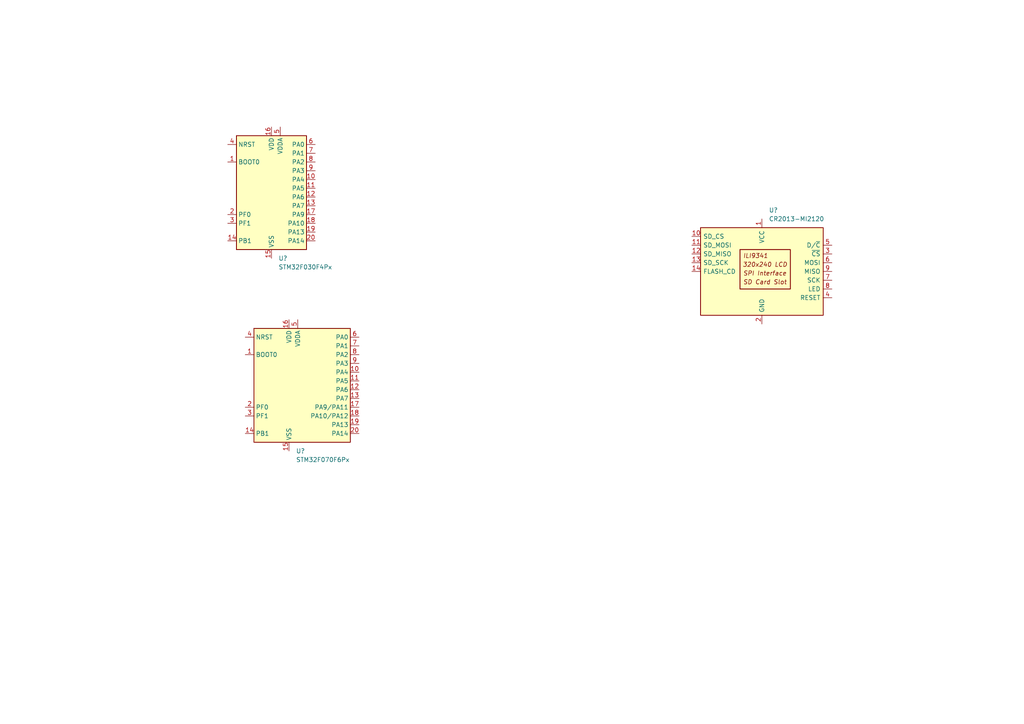
<source format=kicad_sch>
(kicad_sch (version 20211123) (generator eeschema)
  (paper "A4")
  (lib_symbols
    (symbol "Driver_Display:CR2013-MI2120" (pin_names (offset 0.762))
      (property "Reference" "U" (at -17.526 13.97 0))
      (property "Value" "CR2013-MI2120" (at 1.905 13.97 0))
      (symbol "CR2013-MI2120_0_0"
        (text "320x240 LCD" (at 0.889 2.032 0) (effects (font (size 1.27 1.27) italic)))
        (text "ILI9341" (at -5.461 4.572 0) (effects (font (size 1.27 1.27) italic) (justify left)))
        (text "SD Card Slot" (at -5.461 -3.048 0) (effects (font (size 1.27 1.27) italic) (justify left)))
        (text "SPI Interface" (at -5.461 -0.508 0) (effects (font (size 1.27 1.27) italic) (justify left)))
      )
      (symbol "CR2013-MI2120_0_1"
        (rectangle (start -17.78 12.7) (end 17.78 -12.7) (stroke (width 0.254)) (fill (type background)))
        (rectangle (start -6.35 6.35) (end 8.255 -5.08) (stroke (width 0.254)))
      )
      (symbol "CR2013-MI2120_1_1"
        (pin power_in line (at 0 15.24 270) (length 2.54) (name "VCC") (number "1"))
        (pin input line (at -20.32 10.16 0) (length 2.54) (name "SD_CS") (number "10"))
        (pin input line (at -20.32 7.62 0) (length 2.54) (name "SD_MOSI") (number "11"))
        (pin output line (at -20.32 5.08 0) (length 2.54) (name "SD_MISO") (number "12"))
        (pin input line (at -20.32 2.54 0) (length 2.54) (name "SD_SCK") (number "13"))
        (pin input line (at -20.32 0 0) (length 2.54) (name "FLASH_CD") (number "14"))
        (pin power_in line (at 0 -15.24 90) (length 2.54) (name "GND") (number "2"))
        (pin input line (at 20.32 5.08 180) (length 2.54) (name "~{CS}") (number "3"))
        (pin input line (at 20.32 -7.62 180) (length 2.54) (name "RESET") (number "4"))
        (pin input line (at 20.32 7.62 180) (length 2.54) (name "D/~{C}") (number "5"))
        (pin input line (at 20.32 2.54 180) (length 2.54) (name "MOSI") (number "6"))
        (pin input line (at 20.32 -2.54 180) (length 2.54) (name "SCK") (number "7"))
        (pin input line (at 20.32 -5.08 180) (length 2.54) (name "LED") (number "8"))
        (pin output line (at 20.32 0 180) (length 2.54) (name "MISO") (number "9"))
      )
    )
    (symbol "MCU_ST_STM32F0:STM32F030F4Px"
      (property "Reference" "U" (at -10.16 16.51 0))
      (property "Value" "STM32F030F4Px" (at 5.08 16.51 0))
      (symbol "STM32F030F4Px_0_1"
        (rectangle (start -10.16 -17.78) (end 10.16 15.24) (stroke (width 0.254)) (fill (type background)))
      )
      (symbol "STM32F030F4Px_1_1"
        (pin input line (at -12.7 7.62 0) (length 2.54) (name "BOOT0") (number "1"))
        (pin bidirectional line (at 12.7 2.54 180) (length 2.54) (name "PA4") (number "10"))
        (pin bidirectional line (at 12.7 0 180) (length 2.54) (name "PA5") (number "11"))
        (pin bidirectional line (at 12.7 -2.54 180) (length 2.54) (name "PA6") (number "12"))
        (pin bidirectional line (at 12.7 -5.08 180) (length 2.54) (name "PA7") (number "13"))
        (pin bidirectional line (at -12.7 -15.24 0) (length 2.54) (name "PB1") (number "14"))
        (pin power_in line (at 0 -20.32 90) (length 2.54) (name "VSS") (number "15"))
        (pin power_in line (at 0 17.78 270) (length 2.54) (name "VDD") (number "16"))
        (pin bidirectional line (at 12.7 -7.62 180) (length 2.54) (name "PA9") (number "17"))
        (pin bidirectional line (at 12.7 -10.16 180) (length 2.54) (name "PA10") (number "18"))
        (pin bidirectional line (at 12.7 -12.7 180) (length 2.54) (name "PA13") (number "19"))
        (pin input line (at -12.7 -7.62 0) (length 2.54) (name "PF0") (number "2"))
        (pin bidirectional line (at 12.7 -15.24 180) (length 2.54) (name "PA14") (number "20"))
        (pin input line (at -12.7 -10.16 0) (length 2.54) (name "PF1") (number "3"))
        (pin input line (at -12.7 12.7 0) (length 2.54) (name "NRST") (number "4"))
        (pin power_in line (at 2.54 17.78 270) (length 2.54) (name "VDDA") (number "5"))
        (pin bidirectional line (at 12.7 12.7 180) (length 2.54) (name "PA0") (number "6"))
        (pin bidirectional line (at 12.7 10.16 180) (length 2.54) (name "PA1") (number "7"))
        (pin bidirectional line (at 12.7 7.62 180) (length 2.54) (name "PA2") (number "8"))
        (pin bidirectional line (at 12.7 5.08 180) (length 2.54) (name "PA3") (number "9"))
      )
    )
    (symbol "MCU_ST_STM32F0:STM32F070F6Px"
      (property "Reference" "U" (at -15.24 16.51 0))
      (property "Value" "STM32F070F6Px" (at 0 16.51 0))
      (symbol "STM32F070F6Px_0_1"
        (rectangle (start -15.24 -17.78) (end 12.7 15.24) (stroke (width 0.254)) (fill (type background)))
      )
      (symbol "STM32F070F6Px_1_1"
        (pin input line (at -17.78 7.62 0) (length 2.54) (name "BOOT0") (number "1"))
        (pin bidirectional line (at 15.24 2.54 180) (length 2.54) (name "PA4") (number "10"))
        (pin bidirectional line (at 15.24 0 180) (length 2.54) (name "PA5") (number "11"))
        (pin bidirectional line (at 15.24 -2.54 180) (length 2.54) (name "PA6") (number "12"))
        (pin bidirectional line (at 15.24 -5.08 180) (length 2.54) (name "PA7") (number "13"))
        (pin bidirectional line (at -17.78 -15.24 0) (length 2.54) (name "PB1") (number "14"))
        (pin power_in line (at -5.08 -20.32 90) (length 2.54) (name "VSS") (number "15"))
        (pin power_in line (at -5.08 17.78 270) (length 2.54) (name "VDD") (number "16"))
        (pin bidirectional line (at 15.24 -7.62 180) (length 2.54) (name "PA9/PA11") (number "17"))
        (pin bidirectional line (at 15.24 -10.16 180) (length 2.54) (name "PA10/PA12") (number "18"))
        (pin bidirectional line (at 15.24 -12.7 180) (length 2.54) (name "PA13") (number "19"))
        (pin input line (at -17.78 -7.62 0) (length 2.54) (name "PF0") (number "2"))
        (pin bidirectional line (at 15.24 -15.24 180) (length 2.54) (name "PA14") (number "20"))
        (pin input line (at -17.78 -10.16 0) (length 2.54) (name "PF1") (number "3"))
        (pin input line (at -17.78 12.7 0) (length 2.54) (name "NRST") (number "4"))
        (pin power_in line (at -2.54 17.78 270) (length 2.54) (name "VDDA") (number "5"))
        (pin bidirectional line (at 15.24 12.7 180) (length 2.54) (name "PA0") (number "6"))
        (pin bidirectional line (at 15.24 10.16 180) (length 2.54) (name "PA1") (number "7"))
        (pin bidirectional line (at 15.24 7.62 180) (length 2.54) (name "PA2") (number "8"))
        (pin bidirectional line (at 15.24 5.08 180) (length 2.54) (name "PA3") (number "9"))
      )
    )
  )
  (symbol (lib_id "MCU_ST_STM32F0:STM32F030F4Px") (at 78.74 54.61 0) (unit 1)
    (property "Reference" "U?" (at 80.7594 74.93 0) (effects (justify left)))
    (property "Value" "STM32F030F4Px" (at 80.7594 77.47 0) (effects (justify left)))
    (property "Footprint" "Package_SO:TSSOP-20_4.4x6.5mm_P0.65mm" (effects hide))
    (property "Datasheet" "http://www.st.com/st-web-ui/static/active/en/resource/technical/document/datasheet/DM00088500.pdf" (effects hide))
  )
  (symbol (lib_id "Driver_Display:CR2013-MI2120") (at 220.98 78.74 0) (unit 1)
    (property "Reference" "U?" (at 222.9994 60.96 0) (effects (justify left)))
    (property "Value" "CR2013-MI2120" (at 222.9994 63.5 0) (effects (justify left)))
    (property "Footprint" "Display:CR2013-MI2120" (effects hide))
    (property "Datasheet" "http://pan.baidu.com/s/11Y990" (effects hide))
  )
  (symbol (lib_id "MCU_ST_STM32F0:STM32F070F6Px") (at 88.9 110.49 0) (unit 1)
    (property "Reference" "U?" (at 85.8394 130.81 0) (effects (justify left)))
    (property "Value" "STM32F070F6Px" (at 85.8394 133.35 0) (effects (justify left)))
    (property "Footprint" "Package_SO:TSSOP-20_4.4x6.5mm_P0.65mm" (effects hide))
    (property "Datasheet" "http://www.st.com/st-web-ui/static/active/en/resource/technical/document/datasheet/DM00141386.pdf" (effects hide))
  )
)
</source>
